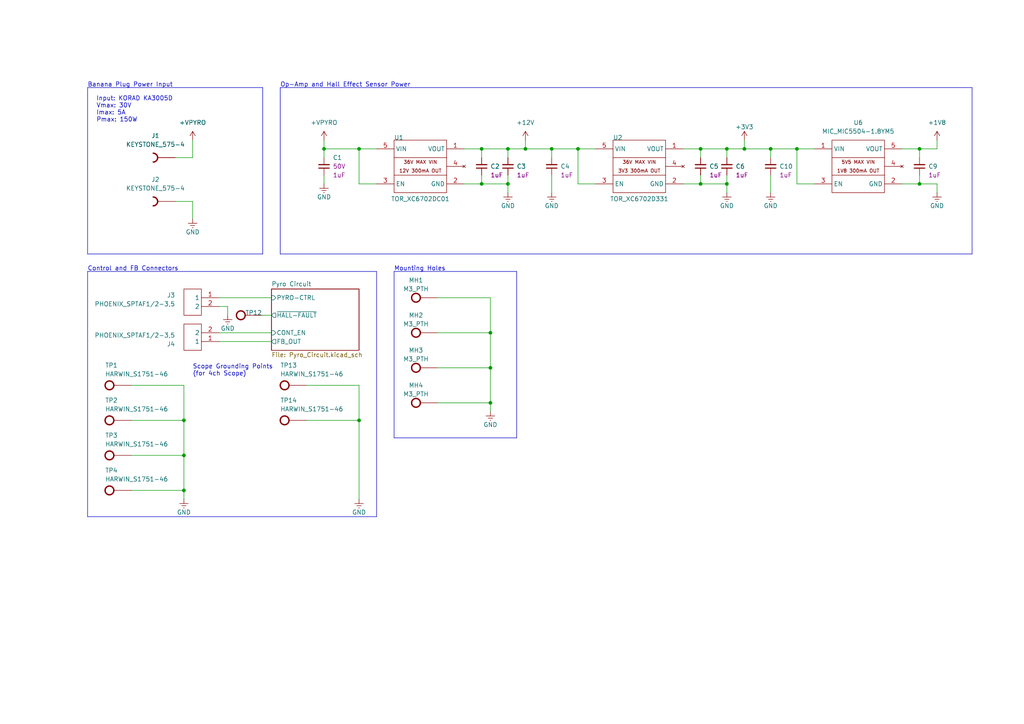
<source format=kicad_sch>
(kicad_sch (version 20230121) (generator eeschema)
  (paper "A4")
  (title_block (title "Forerunner Pyro Test Board") (date "2023-12-07") (rev "1.0.0"))
  (lib_symbols
    (symbol "Skyhawkson-Capacitors:1UF_0805" (pin_numbers hide) (pin_names (offset 0.254) hide)
      (property "Reference" "C" (at 0 2.54 0))
      (property "Tolerance" "10%" (at 0 -7.62 0))
      (property "Rating" "50V" (at 0 -10.16 0))
      (property "Temp" "X7R" (at 0 -15.24 0))
      (property "Package" "0805" (at 0 -12.7 0))
      (property "Capacitance" "1uF" (at 0 -5.08 0))
      (symbol "1UF_0805_0_1"
        (polyline (pts (xy 2.032 -1.524) (xy 2.032 1.524)) (stroke (width 0.3048)))
        (polyline (pts (xy 3.048 -1.524) (xy 3.048 1.524)) (stroke (width 0.3302)))
      )
      (symbol "1UF_0805_1_1"
        (pin passive line (at 0 0 0) (length 2.032) (name "~") (number "1"))
        (pin passive line (at 5.08 0 180) (length 2.032) (name "~") (number "2"))
      )
    )
    (symbol "Skyhawkson-Connectors:HARWIN_S1751-46" (in_bom no)
      (property "Reference" "TP" (at 6.35 1.27 0))
      (property "Value" "HARWIN_S1751-46" (at 6.35 -2.54 0))
      (symbol "HARWIN_S1751-46_0_1"
        (circle (center 6.35 0) (radius 1.27) (stroke (width 0.4)))
      )
      (symbol "HARWIN_S1751-46_1_1"
        (pin passive line (at 0 0 0) (length 5.08) (name "1") (number "1"))
      )
    )
    (symbol "Skyhawkson-Connectors:KEYSTONE_575-4"
      (property "Reference" "J" (at 5.08 2.54 0))
      (property "Value" "KEYSTONE_575-4" (at 6.35 -2.54 0))
      (symbol "KEYSTONE_575-4_0_1"
        (arc (start 5.08 0) (mid 5.452 -0.898) (end 6.35 -1.27) (stroke (width 0.4)))
        (arc (start 6.35 1.27) (mid 5.452 0.898) (end 5.08 0) (stroke (width 0.4)))
      )
      (symbol "KEYSTONE_575-4_1_1"
        (pin passive line (at 0 0 0) (length 5.08) (name "1") (number "1"))
      )
    )
    (symbol "Skyhawkson-Connectors:M3_PTH" (in_bom no)
      (property "Reference" "MH" (at 6.35 1.27 0))
      (property "Value" "M3_PTH" (at 6.35 -2.54 0))
      (symbol "M3_PTH_0_1"
        (circle (center 6.35 0) (radius 1.27) (stroke (width 0.4)))
      )
      (symbol "M3_PTH_1_1"
        (pin passive line (at 0 0 0) (length 5.08) (name "1") (number "1"))
      )
    )
    (symbol "Skyhawkson-Connectors:PHOENIX_SPTAF1{slash}2-3,5"
      (property "Reference" "J" (at 5.08 2.54 0))
      (property "Value" "PHOENIX_SPTAF1{slash}2-3,5" (at 5.08 -6.35 0))
      (symbol "PHOENIX_SPTAF1{slash}2-3,5_0_1"
        (rectangle (start 5.08 2.54) (end 10.16 -5.08) (stroke (width 0.1524)))
      )
      (symbol "PHOENIX_SPTAF1{slash}2-3,5_1_1"
        (pin passive line (at 0 0 0) (length 5.08) (name "1") (number "1"))
        (pin passive line (at 0 0 0) (length 5.08) hide (name "1B") (number "1B"))
        (pin passive line (at 0 -2.54 0) (length 5.08) (name "2") (number "2"))
        (pin passive line (at 0 -2.54 0) (length 5.08) hide (name "2B") (number "2B"))
      )
    )
    (symbol "Skyhawkson-Power Symbols:+12V" (power) (pin_names (offset 0)) (in_bom no)
      (property "Value" "+12V" (at 0 3.556 0))
      (symbol "+12V_0_1"
        (polyline (pts (xy -0.762 1.27) (xy 0 2.54)))
        (polyline (pts (xy 0 0) (xy 0 2.54)))
        (polyline (pts (xy 0 2.54) (xy 0.762 1.27)))
      )
      (symbol "+12V_1_1"
        (pin power_in line (at 0 0 90) (length 0) hide (name "+12V") (number "1"))
      )
    )
    (symbol "Skyhawkson-Power Symbols:+1V8" (power) (pin_names (offset 0)) (in_bom no)
      (property "Value" "+1V8" (at 0 3.556 0))
      (symbol "+1V8_0_1"
        (polyline (pts (xy -0.762 1.27) (xy 0 2.54)))
        (polyline (pts (xy 0 0) (xy 0 2.54)))
        (polyline (pts (xy 0 2.54) (xy 0.762 1.27)))
      )
      (symbol "+1V8_1_1"
        (pin power_in line (at 0 0 90) (length 0) hide (name "+1V8") (number "1"))
      )
    )
    (symbol "Skyhawkson-Power Symbols:+3V3" (power) (pin_names (offset 0)) (in_bom no)
      (property "Value" "+3V3" (at 0 3.556 0))
      (symbol "+3V3_0_1"
        (polyline (pts (xy -0.762 1.27) (xy 0 2.54)))
        (polyline (pts (xy 0 0) (xy 0 2.54)))
        (polyline (pts (xy 0 2.54) (xy 0.762 1.27)))
      )
      (symbol "+3V3_1_1"
        (pin power_in line (at 0 0 90) (length 0) hide (name "+3V3") (number "1"))
      )
    )
    (symbol "Skyhawkson-Power Symbols:+VPYRO" (power) (pin_names (offset 0)) (in_bom no)
      (property "Value" "+VPYRO" (at 0 3.556 0))
      (symbol "+VPYRO_0_1"
        (polyline (pts (xy -0.762 1.27) (xy 0 2.54)))
        (polyline (pts (xy 0 0) (xy 0 2.54)))
        (polyline (pts (xy 0 2.54) (xy 0.762 1.27)))
      )
      (symbol "+VPYRO_1_1"
        (pin power_in line (at 0 0 90) (length 0) hide (name "+VPYRO") (number "1"))
      )
    )
    (symbol "Skyhawkson-Power Symbols:GND" (power) (pin_names (offset 0)) (in_bom no)
      (property "Value" "GND" (at 0 -3.81 0))
      (symbol "GND_0_1"
        (polyline (pts (xy -0.635 -1.905) (xy 0.635 -1.905)))
        (polyline (pts (xy -0.127 -2.54) (xy 0.127 -2.54)))
        (polyline (pts (xy 0 -1.27) (xy 0 0)))
        (polyline (pts (xy 1.27 -1.27) (xy -1.27 -1.27)))
      )
      (symbol "GND_1_1"
        (pin power_in line (at 0 0 270) (length 0) hide (name "GND") (number "1"))
      )
    )
    (symbol "Skyhawkson-Power:MIC_MIC5504-1.8YM5"
      (property "Reference" "U" (at 5.08 2.54 0))
      (property "Value" "MIC_MIC5504-1.8YM5" (at 5.08 -13.97 0))
      (symbol "MIC_MIC5504-1.8YM5_0_0"
        (text "1V8 300mA OUT" (at 12.7 -6.35 0) (effects (font (size 1 1))))
        (text "5V5 MAX VIN" (at 12.7 -3.81 0) (effects (font (size 1 1))))
      )
      (symbol "MIC_MIC5504-1.8YM5_0_1"
        (polyline (pts (xy 20.32 -7.62) (xy 5.08 -7.62)) (stroke (width 0.1524)))
        (polyline (pts (xy 20.32 -2.54) (xy 5.08 -2.54)) (stroke (width 0.1524)))
        (rectangle (start 5.08 2.54) (end 20.32 -12.7) (stroke (width 0.1524)))
      )
      (symbol "MIC_MIC5504-1.8YM5_1_1"
        (pin power_in line (at 0 0 0) (length 5.08) (name "VIN") (number "1"))
        (pin power_in line (at 25.4 -10.16 180) (length 5.08) (name "GND") (number "2"))
        (pin input line (at 0 -10.16 0) (length 5.08) (name "EN") (number "3"))
        (pin no_connect line (at 25.4 -5.08 180) (length 5.08) (name "~") (number "4"))
        (pin power_out line (at 25.4 0 180) (length 5.08) (name "VOUT") (number "5"))
      )
    )
    (symbol "Skyhawkson-Power:TOR_XC6702D331"
      (property "Reference" "U" (at 5.08 2.54 0))
      (property "Value" "TOR_XC6702D331" (at 5.08 -13.97 0))
      (property "Footprint" "Skyhawkson_Footprints:TOR_SOT-89-5" (at 5.08 10.16 0))
      (symbol "TOR_XC6702D331_0_1"
        (polyline (pts (xy 20.32 -7.62) (xy 5.08 -7.62)) (stroke (width 0.1524)))
        (polyline (pts (xy 20.32 -2.54) (xy 5.08 -2.54)) (stroke (width 0.1524)))
        (rectangle (start 5.08 2.54) (end 20.32 -12.7) (stroke (width 0.1524)))
      )
      (symbol "TOR_XC6702D331_1_0"
        (text "36V MAX VIN" (at 12.7 -3.81 0) (effects (font (size 1 1))))
        (text "3V3 300mA OUT" (at 12.7 -6.35 0) (effects (font (size 1 1))))
      )
      (symbol "TOR_XC6702D331_1_1"
        (pin power_out line (at 25.4 0 180) (length 5.08) (name "VOUT") (number "1"))
        (pin power_in line (at 25.4 -10.16 180) (length 5.08) (name "GND") (number "2"))
        (pin input line (at 0 -10.16 0) (length 5.08) (name "EN") (number "3"))
        (pin no_connect line (at 25.4 -5.08 180) (length 5.08) (name "~") (number "4"))
        (pin power_in line (at 0 0 0) (length 5.08) (name "VIN") (number "5"))
      )
    )
    (symbol "Skyhawkson-Power:TOR_XC6702DC01"
      (property "Reference" "U" (at 5.08 2.54 0))
      (property "Value" "TOR_XC6702DC01" (at 5.08 -13.97 0))
      (property "Footprint" "Skyhawkson_Footprints:TOR_SOT-89-5" (at 5.08 10.16 0))
      (symbol "TOR_XC6702DC01_0_1"
        (polyline (pts (xy 20.32 -7.62) (xy 5.08 -7.62)) (stroke (width 0.1524)))
        (polyline (pts (xy 20.32 -2.54) (xy 5.08 -2.54)) (stroke (width 0.1524)))
        (rectangle (start 5.08 2.54) (end 20.32 -12.7) (stroke (width 0.1524)))
      )
      (symbol "TOR_XC6702DC01_1_0"
        (text "12V 300mA OUT" (at 12.7 -6.35 0) (effects (font (size 1 1))))
        (text "36V MAX VIN" (at 12.7 -3.81 0) (effects (font (size 1 1))))
      )
      (symbol "TOR_XC6702DC01_1_1"
        (pin power_out line (at 25.4 0 180) (length 5.08) (name "VOUT") (number "1"))
        (pin power_in line (at 25.4 -10.16 180) (length 5.08) (name "GND") (number "2"))
        (pin input line (at 0 -10.16 0) (length 5.08) (name "EN") (number "3"))
        (pin no_connect line (at 25.4 -5.08 180) (length 5.08) (name "~") (number "4"))
        (pin power_in line (at 0 0 0) (length 5.08) (name "VIN") (number "5"))
      )
    )
  )
  (junction (at 231.14 43.18))
  (junction (at 139.7 53.34))
  (junction (at 266.7 53.34))
  (junction (at 152.4 43.18))
  (junction (at 142.24 106.68))
  (junction (at 53.34 142.24))
  (junction (at 139.7 43.18))
  (junction (at 215.9 43.18))
  (junction (at 53.34 132.08))
  (junction (at 223.52 43.18))
  (junction (at 266.7 43.18))
  (junction (at 203.2 53.34))
  (junction (at 142.24 96.52))
  (junction (at 104.14 43.18))
  (junction (at 147.32 53.34))
  (junction (at 203.2 43.18))
  (junction (at 104.14 121.92))
  (junction (at 53.34 121.92))
  (junction (at 160.02 43.18))
  (junction (at 210.82 43.18))
  (junction (at 210.82 53.34))
  (junction (at 167.64 43.18))
  (junction (at 147.32 43.18))
  (junction (at 142.24 116.84))
  (junction (at 93.98 43.18))
  (wire (pts (xy 203.2 43.18) (xy 203.2 45.72)))
  (wire (pts (xy 152.4 40.64) (xy 152.4 43.18)))
  (wire (pts (xy 198.12 53.34) (xy 203.2 53.34)))
  (wire (pts (xy 203.2 50.8) (xy 203.2 53.34)))
  (wire (pts (xy 66.04 88.9) (xy 63.5 88.9)))
  (wire (pts (xy 266.7 50.8) (xy 266.7 53.34)))
  (wire (pts (xy 210.82 50.8) (xy 210.82 53.34)))
  (wire (pts (xy 53.34 111.76) (xy 38.1 111.76)))
  (wire (pts (xy 38.1 132.08) (xy 53.34 132.08)))
  (wire (pts (xy 147.32 43.18) (xy 152.4 43.18)))
  (wire (pts (xy 215.9 40.64) (xy 215.9 43.18)))
  (polyline (pts (xy 25.4 149.86) (xy 109.22 149.86)))
  (wire (pts (xy 76.2 91.44) (xy 78.74 91.44)))
  (wire (pts (xy 142.24 96.52) (xy 142.24 106.68)))
  (wire (pts (xy 142.24 96.52) (xy 142.24 86.36)))
  (wire (pts (xy 142.24 86.36) (xy 127 86.36)))
  (wire (pts (xy 266.7 43.18) (xy 266.7 45.72)))
  (wire (pts (xy 104.14 43.18) (xy 104.14 53.34)))
  (wire (pts (xy 147.32 53.34) (xy 147.32 55.88)))
  (polyline (pts (xy 81.28 73.66) (xy 281.94 73.66)))
  (wire (pts (xy 231.14 43.18) (xy 231.14 53.34)))
  (wire (pts (xy 63.5 96.52) (xy 78.74 96.52)))
  (wire (pts (xy 223.52 43.18) (xy 231.14 43.18)))
  (wire (pts (xy 139.7 43.18) (xy 139.7 45.72)))
  (polyline (pts (xy 25.4 78.74) (xy 25.4 149.86)))
  (wire (pts (xy 38.1 121.92) (xy 53.34 121.92)))
  (polyline (pts (xy 281.94 73.66) (xy 281.94 25.4)))
  (wire (pts (xy 223.52 50.8) (xy 223.52 55.88)))
  (polyline (pts (xy 25.4 25.4) (xy 25.4 73.66)))
  (polyline (pts (xy 76.2 73.66) (xy 76.2 25.4)))
  (wire (pts (xy 93.98 50.8) (xy 93.98 53.34)))
  (wire (pts (xy 93.98 43.18) (xy 93.98 45.72)))
  (wire (pts (xy 198.12 43.18) (xy 203.2 43.18)))
  (wire (pts (xy 160.02 43.18) (xy 167.64 43.18)))
  (wire (pts (xy 88.9 121.92) (xy 104.14 121.92)))
  (wire (pts (xy 127 96.52) (xy 142.24 96.52)))
  (wire (pts (xy 109.22 53.34) (xy 104.14 53.34)))
  (wire (pts (xy 142.24 106.68) (xy 142.24 116.84)))
  (wire (pts (xy 139.7 53.34) (xy 147.32 53.34)))
  (wire (pts (xy 210.82 43.18) (xy 215.9 43.18)))
  (wire (pts (xy 109.22 43.18) (xy 104.14 43.18)))
  (wire (pts (xy 134.62 43.18) (xy 139.7 43.18)))
  (wire (pts (xy 147.32 50.8) (xy 147.32 53.34)))
  (wire (pts (xy 167.64 43.18) (xy 172.72 43.18)))
  (wire (pts (xy 38.1 142.24) (xy 53.34 142.24)))
  (polyline (pts (xy 109.22 78.74) (xy 25.4 78.74)))
  (wire (pts (xy 50.8 45.72) (xy 55.88 45.72)))
  (wire (pts (xy 139.7 43.18) (xy 147.32 43.18)))
  (wire (pts (xy 203.2 53.34) (xy 210.82 53.34)))
  (wire (pts (xy 53.34 121.92) (xy 53.34 132.08)))
  (wire (pts (xy 215.9 43.18) (xy 223.52 43.18)))
  (wire (pts (xy 223.52 43.18) (xy 223.52 45.72)))
  (polyline (pts (xy 81.28 25.4) (xy 81.28 73.66)))
  (wire (pts (xy 266.7 53.34) (xy 271.78 53.34)))
  (polyline (pts (xy 25.4 73.66) (xy 76.2 73.66)))
  (wire (pts (xy 147.32 43.18) (xy 147.32 45.72)))
  (wire (pts (xy 152.4 43.18) (xy 160.02 43.18)))
  (wire (pts (xy 104.14 121.92) (xy 104.14 144.78)))
  (wire (pts (xy 261.62 43.18) (xy 266.7 43.18)))
  (wire (pts (xy 127 116.84) (xy 142.24 116.84)))
  (wire (pts (xy 271.78 40.64) (xy 271.78 43.18)))
  (wire (pts (xy 160.02 50.8) (xy 160.02 55.88)))
  (wire (pts (xy 50.8 58.42) (xy 55.88 58.42)))
  (polyline (pts (xy 114.3 78.74) (xy 114.3 127)))
  (wire (pts (xy 66.04 88.9) (xy 66.04 91.44)))
  (wire (pts (xy 93.98 40.64) (xy 93.98 43.18)))
  (wire (pts (xy 104.14 111.76) (xy 88.9 111.76)))
  (wire (pts (xy 104.14 121.92) (xy 104.14 111.76)))
  (wire (pts (xy 142.24 119.38) (xy 142.24 116.84)))
  (wire (pts (xy 53.34 132.08) (xy 53.34 142.24)))
  (polyline (pts (xy 76.2 25.4) (xy 25.4 25.4)))
  (wire (pts (xy 160.02 43.18) (xy 160.02 45.72)))
  (wire (pts (xy 231.14 43.18) (xy 236.22 43.18)))
  (wire (pts (xy 134.62 53.34) (xy 139.7 53.34)))
  (wire (pts (xy 55.88 58.42) (xy 55.88 63.5)))
  (wire (pts (xy 261.62 53.34) (xy 266.7 53.34)))
  (wire (pts (xy 271.78 53.34) (xy 271.78 55.88)))
  (wire (pts (xy 139.7 50.8) (xy 139.7 53.34)))
  (wire (pts (xy 55.88 40.64) (xy 55.88 45.72)))
  (wire (pts (xy 236.22 53.34) (xy 231.14 53.34)))
  (wire (pts (xy 104.14 43.18) (xy 93.98 43.18)))
  (wire (pts (xy 63.5 86.36) (xy 78.74 86.36)))
  (wire (pts (xy 266.7 43.18) (xy 271.78 43.18)))
  (polyline (pts (xy 281.94 25.4) (xy 81.28 25.4)))
  (wire (pts (xy 167.64 43.18) (xy 167.64 53.34)))
  (wire (pts (xy 53.34 121.92) (xy 53.34 111.76)))
  (wire (pts (xy 53.34 144.78) (xy 53.34 142.24)))
  (polyline (pts (xy 149.86 127) (xy 149.86 78.74)))
  (polyline (pts (xy 114.3 127) (xy 149.86 127)))
  (polyline (pts (xy 109.22 149.86) (xy 109.22 78.74)))
  (wire (pts (xy 127 106.68) (xy 142.24 106.68)))
  (wire (pts (xy 203.2 43.18) (xy 210.82 43.18)))
  (wire (pts (xy 63.5 99.06) (xy 78.74 99.06)))
  (wire (pts (xy 210.82 53.34) (xy 210.82 55.88)))
  (polyline (pts (xy 149.86 78.74) (xy 114.3 78.74)))
  (wire (pts (xy 172.72 53.34) (xy 167.64 53.34)))
  (wire (pts (xy 210.82 43.18) (xy 210.82 45.72)))
  (text "Scope Grounding Points\n(for 4ch Scope)" (at 55.88 109.22 0) (effects (font (size 1.27 1.27)) (justify left bottom)))
  (text "Input: KORAD KA3005D\nVmax: 30V\nImax: 5A\nPmax: 150W" (at 27.94 35.56 0) (effects (font (size 1.27 1.27)) (justify left bottom)))
  (text "Control and FB Connectors" (at 25.4 78.74 0) (effects (font (size 1.27 1.27)) (justify left bottom)))
  (text "Mounting Holes" (at 114.3 78.74 0) (effects (font (size 1.27 1.27)) (justify left bottom)))
  (text "Op-Amp and Hall Effect Sensor Power" (at 81.28 25.4 0) (effects (font (size 1.27 1.27)) (justify left bottom)))
  (text "Banana Plug Power Input" (at 25.4 25.4 0) (effects (font (size 1.27 1.27)) (justify left bottom)))
  (symbol (lib_id "Skyhawkson-Connectors:KEYSTONE_575-4") (at 50.8 45.72 0) (mirror y) (unit 1)
    (property "Reference" "J1" (at 45.085 39.37 0))
    (property "Value" "KEYSTONE_575-4" (at 45.085 41.91 0))
    (property "Footprint" "Skyhawkson_Footprints:KEYSTONE_575-4" (effects hide))
    (property "Datasheet" "https://www.keyelco.com/userAssets/file/M65p111.pdf" (effects hide))
    (property "DKPN" "36-575-4-ND" (effects hide))
  )
  (symbol (lib_id "Skyhawkson-Power Symbols:GND") (at 142.24 119.38 0) (unit 1) (in_bom no)
    (property "Reference" "#PWR025" (effects hide))
    (property "Value" "GND" (at 142.24 123.19 0))
  )
  (symbol (lib_id "Skyhawkson-Connectors:HARWIN_S1751-46") (at 38.1 121.92 180) (unit 1) (in_bom no)
    (property "Reference" "TP2" (at 30.48 116.84 0) (effects (justify right top)))
    (property "Value" "HARWIN_S1751-46" (at 30.48 119.38 0) (effects (justify right top)))
    (property "Footprint" "Skyhawkson_Footprints:HARWIN_S1751-XX" (effects hide))
    (property "Datasheet" "https://cdn.harwin.com/pdfs/S1751.pdf" (effects hide))
    (property "DKPN" "952-3024-ND" (effects hide))
  )
  (symbol (lib_id "Skyhawkson-Power Symbols:GND") (at 104.14 144.78 0) (unit 1) (in_bom no)
    (property "Reference" "#PWR027" (effects hide))
    (property "Value" "GND" (at 104.14 148.59 0))
  )
  (symbol (lib_id "Skyhawkson-Power Symbols:GND") (at 53.34 144.78 0) (unit 1) (in_bom no)
    (property "Reference" "#PWR010" (effects hide))
    (property "Value" "GND" (at 53.34 148.59 0))
  )
  (symbol (lib_id "Skyhawkson-Power Symbols:+1V8") (at 271.78 40.64 0) (unit 1) (in_bom no)
    (property "Reference" "#PWR029" (effects hide))
    (property "Value" "+1V8" (at 271.78 35.56 0))
  )
  (symbol (lib_id "Skyhawkson-Connectors:HARWIN_S1751-46") (at 38.1 142.24 180) (unit 1) (in_bom no)
    (property "Reference" "TP4" (at 30.48 137.16 0) (effects (justify right top)))
    (property "Value" "HARWIN_S1751-46" (at 30.48 139.7 0) (effects (justify right top)))
    (property "Footprint" "Skyhawkson_Footprints:HARWIN_S1751-XX" (effects hide))
    (property "Datasheet" "https://cdn.harwin.com/pdfs/S1751.pdf" (effects hide))
    (property "DKPN" "952-3024-ND" (effects hide))
  )
  (symbol (lib_id "Skyhawkson-Connectors:HARWIN_S1751-46") (at 38.1 111.76 180) (unit 1) (in_bom no)
    (property "Reference" "TP1" (at 30.48 106.68 0) (effects (justify right top)))
    (property "Value" "HARWIN_S1751-46" (at 30.48 109.22 0) (effects (justify right top)))
    (property "Footprint" "Skyhawkson_Footprints:HARWIN_S1751-XX" (effects hide))
    (property "Datasheet" "https://cdn.harwin.com/pdfs/S1751.pdf" (effects hide))
    (property "DKPN" "952-3024-ND" (effects hide))
  )
  (symbol (lib_id "Skyhawkson-Power Symbols:GND") (at 271.78 55.88 0) (unit 1) (in_bom no)
    (property "Reference" "#PWR030" (effects hide))
    (property "Value" "GND" (at 271.78 59.69 0))
  )
  (symbol (lib_id "Skyhawkson-Capacitors:1UF_0805") (at 147.32 50.8 90) (unit 1)
    (property "Reference" "C3" (at 149.86 48.26 90) (effects (justify right)))
    (property "Value" "1UF_0805" (effects hide))
    (property "Footprint" "Skyhawkson_Footprints:GENERIC_0805_CAP" (effects hide))
    (property "DKPN" "399-C0805C105K5RAC7800CT-ND" (effects hide))
    (property "Tolerance" "10%" (effects hide))
    (property "Rating" "50V" (effects hide))
    (property "Temp" "X7R" (effects hide))
    (property "Package" "0805" (effects hide))
    (property "Capacitance" "1uF" (at 149.86 50.8 90) (effects (justify right)))
  )
  (symbol (lib_id "Skyhawkson-Power:MIC_MIC5504-1.8YM5") (at 236.22 43.18 0) (unit 1)
    (property "Reference" "U6" (at 248.92 35.56 0))
    (property "Value" "MIC_MIC5504-1.8YM5" (at 248.92 38.1 0))
    (property "Footprint" "Skyhawkson_Footprints:MIC_SOT23-5LD-PL-1" (effects hide))
    (property "Datasheet" "https://ww1.microchip.com/downloads/en/DeviceDoc/MIC5501-02-03-04-300mA-Single-Output-LDO-in-Small-Packages-DS20006006B.pdf" (effects hide))
    (property "DKPN" "576-4879-1-ND" (effects hide))
  )
  (symbol (lib_id "Skyhawkson-Connectors:HARWIN_S1751-46") (at 76.2 91.44 180) (unit 1) (in_bom no)
    (property "Reference" "TP12" (at 71.12 91.44 0) (effects (justify right top)))
    (property "Value" "HARWIN_S1751-46" (effects hide))
    (property "Footprint" "Skyhawkson_Footprints:HARWIN_S1751-XX" (effects hide))
    (property "Datasheet" "https://cdn.harwin.com/pdfs/S1751.pdf" (effects hide))
    (property "DKPN" "952-3024-ND" (effects hide))
  )
  (symbol (lib_id "Skyhawkson-Connectors:M3_PTH") (at 127 96.52 180) (unit 1) (in_bom no)
    (property "Reference" "MH2" (at 120.65 91.44 0))
    (property "Value" "M3_PTH" (at 120.65 93.98 0))
    (property "Footprint" "Skyhawkson_Footprints:GENERIC_MH_M3" (effects hide))
  )
  (symbol (lib_id "Skyhawkson-Power Symbols:GND") (at 66.04 91.44 0) (unit 1) (in_bom no)
    (property "Reference" "#PWR026" (effects hide))
    (property "Value" "GND" (at 66.04 95.25 0))
  )
  (symbol (lib_id "Skyhawkson-Power Symbols:GND") (at 93.98 53.34 0) (unit 1) (in_bom no)
    (property "Reference" "#PWR05" (effects hide))
    (property "Value" "GND" (at 93.98 57.15 0))
  )
  (symbol (lib_id "Skyhawkson-Power:TOR_XC6702D331") (at 172.72 43.18 0) (unit 1)
    (property "Reference" "U2" (at 177.8 40.64 0) (effects (justify left bottom)))
    (property "Value" "TOR_XC6702D331" (at 185.42 58.42 0) (effects (justify bottom)))
    (property "Footprint" "Skyhawkson_Footprints:TOR_SOT-89-5" (effects hide))
    (property "Datasheet" "https://www.torexsemi.com/file/xc6702/XC6702.pdf" (effects hide))
    (property "DKPN" "893-XC6702D331PR-GCT-ND" (effects hide))
  )
  (symbol (lib_id "Skyhawkson-Capacitors:1UF_0805") (at 93.98 50.8 90) (unit 1)
    (property "Reference" "C1" (at 96.52 45.72 90) (effects (justify right)))
    (property "Value" "1UF_0805" (effects hide))
    (property "Footprint" "Skyhawkson_Footprints:GENERIC_0805_CAP" (effects hide))
    (property "DKPN" "399-C0805C105K5RAC7800CT-ND" (effects hide))
    (property "Tolerance" "10%" (effects hide))
    (property "Rating" "50V" (at 96.52 48.26 90) (effects (justify right)))
    (property "Temp" "X7R" (effects hide))
    (property "Package" "0805" (effects hide))
    (property "Capacitance" "1uF" (at 96.52 50.8 90) (effects (justify right)))
  )
  (symbol (lib_id "Skyhawkson-Connectors:M3_PTH") (at 127 106.68 180) (unit 1) (in_bom no)
    (property "Reference" "MH3" (at 120.65 101.6 0))
    (property "Value" "M3_PTH" (at 120.65 104.14 0))
    (property "Footprint" "Skyhawkson_Footprints:GENERIC_MH_M3" (effects hide))
  )
  (symbol (lib_id "Skyhawkson-Power Symbols:GND") (at 210.82 55.88 0) (unit 1) (in_bom no)
    (property "Reference" "#PWR08" (effects hide))
    (property "Value" "GND" (at 210.82 59.69 0))
  )
  (symbol (lib_id "Skyhawkson-Connectors:M3_PTH") (at 127 116.84 180) (unit 1) (in_bom no)
    (property "Reference" "MH4" (at 120.65 111.76 0))
    (property "Value" "M3_PTH" (at 120.65 114.3 0))
    (property "Footprint" "Skyhawkson_Footprints:GENERIC_MH_M3" (effects hide))
  )
  (symbol (lib_id "Skyhawkson-Capacitors:1UF_0805") (at 160.02 50.8 90) (unit 1)
    (property "Reference" "C4" (at 162.56 48.26 90) (effects (justify right)))
    (property "Value" "1UF_0805" (effects hide))
    (property "Footprint" "Skyhawkson_Footprints:GENERIC_0805_CAP" (effects hide))
    (property "DKPN" "399-C0805C105K5RAC7800CT-ND" (effects hide))
    (property "Tolerance" "10%" (effects hide))
    (property "Rating" "50V" (effects hide))
    (property "Temp" "X7R" (effects hide))
    (property "Package" "0805" (effects hide))
    (property "Capacitance" "1uF" (at 162.56 50.8 90) (effects (justify right)))
  )
  (symbol (lib_id "Skyhawkson-Connectors:M3_PTH") (at 127 86.36 180) (unit 1) (in_bom no)
    (property "Reference" "MH1" (at 120.65 81.28 0))
    (property "Value" "M3_PTH" (at 120.65 83.82 0))
    (property "Footprint" "Skyhawkson_Footprints:GENERIC_MH_M3" (effects hide))
  )
  (symbol (lib_id "Skyhawkson-Power Symbols:+12V") (at 152.4 40.64 0) (unit 1) (in_bom no)
    (property "Reference" "#PWR03" (effects hide))
    (property "Value" "+12V" (at 152.4 35.56 0))
  )
  (symbol (lib_id "Skyhawkson-Power Symbols:+VPYRO") (at 55.88 40.64 0) (unit 1) (in_bom no)
    (property "Reference" "#PWR01" (effects hide))
    (property "Value" "+VPYRO" (at 55.88 35.56 0))
  )
  (symbol (lib_id "Skyhawkson-Power:TOR_XC6702DC01") (at 109.22 43.18 0) (unit 1)
    (property "Reference" "U1" (at 114.3 40.64 0) (effects (justify left bottom)))
    (property "Value" "TOR_XC6702DC01" (at 121.92 58.42 0) (effects (justify bottom)))
    (property "Footprint" "Skyhawkson_Footprints:TOR_SOT-89-5" (effects hide))
    (property "Datasheet" "https://www.torexsemi.com/file/xc6702/XC6702.pdf" (effects hide))
    (property "DKPN" "893-XC6702DC01PR-GCT-ND" (effects hide))
  )
  (symbol (lib_id "Skyhawkson-Capacitors:1UF_0805") (at 223.52 50.8 90) (unit 1)
    (property "Reference" "C10" (at 226.06 48.26 90) (effects (justify right)))
    (property "Value" "1UF_0805" (effects hide))
    (property "Footprint" "Skyhawkson_Footprints:GENERIC_0805_CAP" (effects hide))
    (property "DKPN" "399-C0805C105K5RAC7800CT-ND" (effects hide))
    (property "Tolerance" "10%" (effects hide))
    (property "Rating" "50V" (effects hide))
    (property "Temp" "X7R" (effects hide))
    (property "Package" "0805" (effects hide))
    (property "Capacitance" "1uF" (at 226.06 50.8 90) (effects (justify right)))
  )
  (symbol (lib_id "Skyhawkson-Capacitors:1UF_0805") (at 266.7 50.8 90) (unit 1)
    (property "Reference" "C9" (at 269.24 48.26 90) (effects (justify right)))
    (property "Value" "1UF_0805" (effects hide))
    (property "Footprint" "Skyhawkson_Footprints:GENERIC_0805_CAP" (effects hide))
    (property "DKPN" "399-C0805C105K5RAC7800CT-ND" (effects hide))
    (property "Tolerance" "10%" (effects hide))
    (property "Rating" "50V" (effects hide))
    (property "Temp" "X7R" (effects hide))
    (property "Package" "0805" (effects hide))
    (property "Capacitance" "1uF" (at 269.24 50.8 90) (effects (justify right)))
  )
  (symbol (lib_id "Skyhawkson-Power Symbols:GND") (at 160.02 55.88 0) (unit 1) (in_bom no)
    (property "Reference" "#PWR07" (effects hide))
    (property "Value" "GND" (at 160.02 59.69 0))
  )
  (symbol (lib_id "Skyhawkson-Connectors:HARWIN_S1751-46") (at 88.9 111.76 180) (unit 1) (in_bom no)
    (property "Reference" "TP13" (at 81.28 106.68 0) (effects (justify right top)))
    (property "Value" "HARWIN_S1751-46" (at 81.28 109.22 0) (effects (justify right top)))
    (property "Footprint" "Skyhawkson_Footprints:HARWIN_S1751-XX" (effects hide))
    (property "Datasheet" "https://cdn.harwin.com/pdfs/S1751.pdf" (effects hide))
    (property "DKPN" "952-3024-ND" (effects hide))
  )
  (symbol (lib_id "Skyhawkson-Capacitors:1UF_0805") (at 210.82 50.8 90) (unit 1)
    (property "Reference" "C6" (at 213.36 48.26 90) (effects (justify right)))
    (property "Value" "1UF_0805" (effects hide))
    (property "Footprint" "Skyhawkson_Footprints:GENERIC_0805_CAP" (effects hide))
    (property "DKPN" "399-C0805C105K5RAC7800CT-ND" (effects hide))
    (property "Tolerance" "10%" (effects hide))
    (property "Rating" "50V" (effects hide))
    (property "Temp" "X7R" (effects hide))
    (property "Package" "0805" (effects hide))
    (property "Capacitance" "1uF" (at 213.36 50.8 90) (effects (justify right)))
  )
  (symbol (lib_id "Skyhawkson-Power Symbols:GND") (at 223.52 55.88 0) (unit 1) (in_bom no)
    (property "Reference" "#PWR031" (effects hide))
    (property "Value" "GND" (at 223.52 59.69 0))
  )
  (symbol (lib_id "Skyhawkson-Connectors:HARWIN_S1751-46") (at 88.9 121.92 180) (unit 1) (in_bom no)
    (property "Reference" "TP14" (at 81.28 116.84 0) (effects (justify right top)))
    (property "Value" "HARWIN_S1751-46" (at 81.28 119.38 0) (effects (justify right top)))
    (property "Footprint" "Skyhawkson_Footprints:HARWIN_S1751-XX" (effects hide))
    (property "Datasheet" "https://cdn.harwin.com/pdfs/S1751.pdf" (effects hide))
    (property "DKPN" "952-3024-ND" (effects hide))
  )
  (symbol (lib_id "Skyhawkson-Connectors:HARWIN_S1751-46") (at 38.1 132.08 180) (unit 1) (in_bom no)
    (property "Reference" "TP3" (at 30.48 127 0) (effects (justify right top)))
    (property "Value" "HARWIN_S1751-46" (at 30.48 129.54 0) (effects (justify right top)))
    (property "Footprint" "Skyhawkson_Footprints:HARWIN_S1751-XX" (effects hide))
    (property "Datasheet" "https://cdn.harwin.com/pdfs/S1751.pdf" (effects hide))
    (property "DKPN" "952-3024-ND" (effects hide))
  )
  (symbol (lib_id "Skyhawkson-Connectors:PHOENIX_SPTAF1{slash}2-3,5") (at 63.5 86.36 0) (mirror y) (unit 1)
    (property "Reference" "J3" (at 50.8 86.36 0) (effects (justify left bottom)))
    (property "Value" "PHOENIX_SPTAF1/2-3,5" (at 50.8 88.9 0) (effects (justify left bottom)))
    (property "Footprint" "Skyhawkson_Footprints:PHOENIX_SPTAF1_2-3,5" (effects hide))
    (property "Datasheet" "https://media.digikey.com/pdf/Data%20Sheets/Phoenix%20Contact%20PDFs/1861933.pdf" (effects hide))
    (property "DKPN" "277-12124-ND" (effects hide))
  )
  (symbol (lib_id "Skyhawkson-Connectors:PHOENIX_SPTAF1{slash}2-3,5") (at 63.5 99.06 180) (unit 1)
    (property "Reference" "J4" (at 50.8 99.06 0) (effects (justify left bottom)))
    (property "Value" "PHOENIX_SPTAF1/2-3,5" (at 50.8 96.52 0) (effects (justify left bottom)))
    (property "Footprint" "Skyhawkson_Footprints:PHOENIX_SPTAF1_2-3,5" (effects hide))
    (property "Datasheet" "https://media.digikey.com/pdf/Data%20Sheets/Phoenix%20Contact%20PDFs/1861933.pdf" (effects hide))
    (property "DKPN" "277-12124-ND" (effects hide))
  )
  (symbol (lib_id "Skyhawkson-Power Symbols:+3V3") (at 215.9 40.64 0) (unit 1) (in_bom no)
    (property "Reference" "#PWR04" (effects hide))
    (property "Value" "+3V3" (at 215.9 36.83 0))
  )
  (symbol (lib_id "Skyhawkson-Capacitors:1UF_0805") (at 139.7 50.8 90) (unit 1)
    (property "Reference" "C2" (at 142.24 48.26 90) (effects (justify right)))
    (property "Value" "1UF_0805" (effects hide))
    (property "Footprint" "Skyhawkson_Footprints:GENERIC_0805_CAP" (effects hide))
    (property "DKPN" "399-C0805C105K5RAC7800CT-ND" (effects hide))
    (property "Tolerance" "10%" (effects hide))
    (property "Rating" "50V" (effects hide))
    (property "Temp" "X7R" (effects hide))
    (property "Package" "0805" (effects hide))
    (property "Capacitance" "1uF" (at 142.24 50.8 90) (effects (justify right)))
  )
  (symbol (lib_id "Skyhawkson-Capacitors:1UF_0805") (at 203.2 50.8 90) (unit 1)
    (property "Reference" "C5" (at 205.74 48.26 90) (effects (justify right)))
    (property "Value" "1UF_0805" (effects hide))
    (property "Footprint" "Skyhawkson_Footprints:GENERIC_0805_CAP" (effects hide))
    (property "DKPN" "399-C0805C105K5RAC7800CT-ND" (effects hide))
    (property "Tolerance" "10%" (effects hide))
    (property "Rating" "50V" (effects hide))
    (property "Temp" "X7R" (effects hide))
    (property "Package" "0805" (effects hide))
    (property "Capacitance" "1uF" (at 205.74 50.8 90) (effects (justify right)))
  )
  (symbol (lib_id "Skyhawkson-Power Symbols:+VPYRO") (at 93.98 40.64 0) (unit 1) (in_bom no)
    (property "Reference" "#PWR02" (effects hide))
    (property "Value" "+VPYRO" (at 93.98 35.56 0))
  )
  (symbol (lib_id "Skyhawkson-Power Symbols:GND") (at 147.32 55.88 0) (unit 1) (in_bom no)
    (property "Reference" "#PWR06" (effects hide))
    (property "Value" "GND" (at 147.32 59.69 0))
  )
  (symbol (lib_id "Skyhawkson-Connectors:KEYSTONE_575-4") (at 50.8 58.42 0) (mirror y) (unit 1)
    (property "Reference" "J2" (at 45.085 52.07 0))
    (property "Value" "KEYSTONE_575-4" (at 45.085 54.61 0))
    (property "Footprint" "Skyhawkson_Footprints:KEYSTONE_575-4" (effects hide))
    (property "Datasheet" "https://www.keyelco.com/userAssets/file/M65p111.pdf" (effects hide))
    (property "DKPN" "36-575-4-ND" (effects hide))
  )
  (symbol (lib_id "Skyhawkson-Power Symbols:GND") (at 55.88 63.5 0) (unit 1) (in_bom no)
    (property "Reference" "#PWR09" (effects hide))
    (property "Value" "GND" (at 55.88 67.31 0))
  )
  (sheet (at 78.74 83.82) (size 25.4 17.78) (stroke (width 0.1524))
    (property "Sheetname" "Pyro Circuit" (at 78.74 83.1084 0) (effects (justify left bottom)))
    (property "Sheetfile" "Pyro_Circuit.kicad_sch" (at 78.74 102.1846 0) (effects (justify left top)))
    (pin "PYRO-CTRL" input (at 78.74 86.36 180))
    (pin "FB_OUT" output (at 78.74 99.06 180))
    (pin "CONT_EN" input (at 78.74 96.52 180))
    (pin "~{HALL-FAULT}" output (at 78.74 91.44 180))
  )
)
</source>
